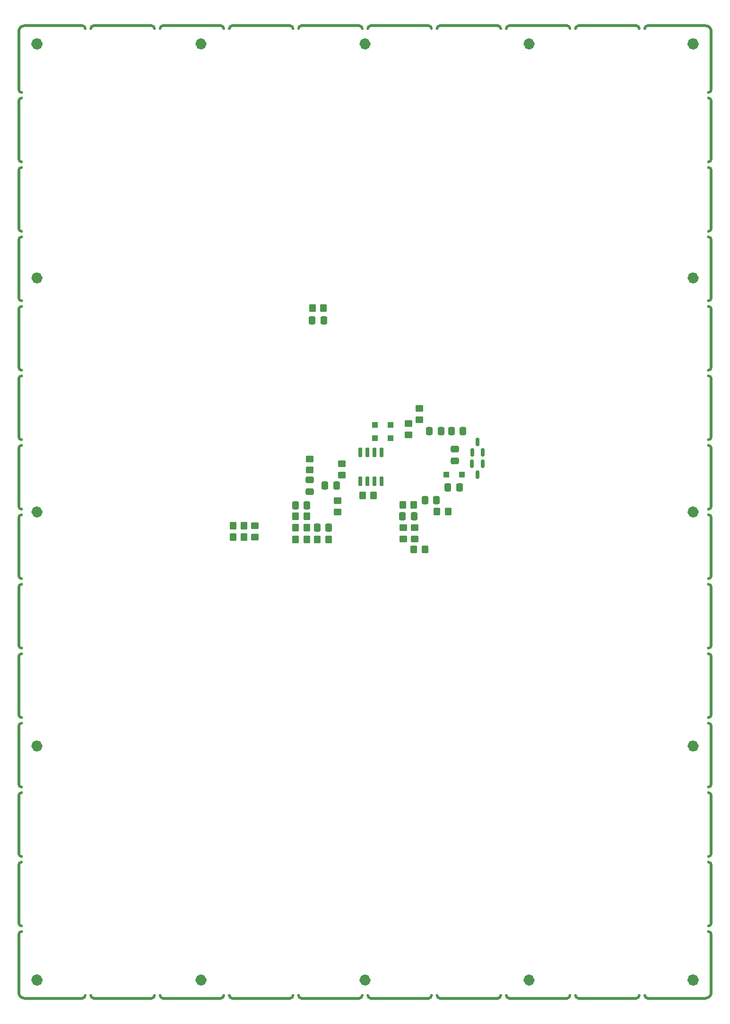
<source format=gtp>
G04 #@! TF.GenerationSoftware,KiCad,Pcbnew,7.0.5.1-1-g8f565ef7f0-dirty-deb11*
G04 #@! TF.CreationDate,2023-08-08T15:33:31+00:00*
G04 #@! TF.ProjectId,stencil,7374656e-6369-46c2-9e6b-696361645f70,rev?*
G04 #@! TF.SameCoordinates,Original*
G04 #@! TF.FileFunction,Paste,Top*
G04 #@! TF.FilePolarity,Positive*
%FSLAX46Y46*%
G04 Gerber Fmt 4.6, Leading zero omitted, Abs format (unit mm)*
G04 Created by KiCad (PCBNEW 7.0.5.1-1-g8f565ef7f0-dirty-deb11) date 2023-08-08 15:33:31*
%MOMM*%
%LPD*%
G01*
G04 APERTURE LIST*
G04 Aperture macros list*
%AMRoundRect*
0 Rectangle with rounded corners*
0 $1 Rounding radius*
0 $2 $3 $4 $5 $6 $7 $8 $9 X,Y pos of 4 corners*
0 Add a 4 corners polygon primitive as box body*
4,1,4,$2,$3,$4,$5,$6,$7,$8,$9,$2,$3,0*
0 Add four circle primitives for the rounded corners*
1,1,$1+$1,$2,$3*
1,1,$1+$1,$4,$5*
1,1,$1+$1,$6,$7*
1,1,$1+$1,$8,$9*
0 Add four rect primitives between the rounded corners*
20,1,$1+$1,$2,$3,$4,$5,0*
20,1,$1+$1,$4,$5,$6,$7,0*
20,1,$1+$1,$6,$7,$8,$9,0*
20,1,$1+$1,$8,$9,$2,$3,0*%
G04 Aperture macros list end*
%ADD10C,0.500000*%
%ADD11C,1.000000*%
%ADD12C,1.050000*%
%ADD13RoundRect,0.250000X-0.350000X-0.450000X0.350000X-0.450000X0.350000X0.450000X-0.350000X0.450000X0*%
%ADD14RoundRect,0.250000X0.350000X0.450000X-0.350000X0.450000X-0.350000X-0.450000X0.350000X-0.450000X0*%
%ADD15RoundRect,0.250000X-0.450000X0.350000X-0.450000X-0.350000X0.450000X-0.350000X0.450000X0.350000X0*%
%ADD16RoundRect,0.250000X-0.337500X-0.475000X0.337500X-0.475000X0.337500X0.475000X-0.337500X0.475000X0*%
%ADD17RoundRect,0.150000X-0.150000X0.725000X-0.150000X-0.725000X0.150000X-0.725000X0.150000X0.725000X0*%
%ADD18RoundRect,0.250000X-0.300000X-0.300000X0.300000X-0.300000X0.300000X0.300000X-0.300000X0.300000X0*%
%ADD19RoundRect,0.250000X0.337500X0.475000X-0.337500X0.475000X-0.337500X-0.475000X0.337500X-0.475000X0*%
%ADD20RoundRect,0.250000X0.300000X0.300000X-0.300000X0.300000X-0.300000X-0.300000X0.300000X-0.300000X0*%
%ADD21RoundRect,0.250000X0.450000X-0.350000X0.450000X0.350000X-0.450000X0.350000X-0.450000X-0.350000X0*%
%ADD22RoundRect,0.250000X0.475000X-0.337500X0.475000X0.337500X-0.475000X0.337500X-0.475000X-0.337500X0*%
%ADD23RoundRect,0.150000X0.150000X-0.587500X0.150000X0.587500X-0.150000X0.587500X-0.150000X-0.587500X0*%
%ADD24RoundRect,0.150000X-0.150000X0.587500X-0.150000X-0.587500X0.150000X-0.587500X0.150000X0.587500X0*%
G04 APERTURE END LIST*
D10*
X81250000Y-90071400D02*
G75*
G03*
X80750000Y-90571426I0J-500000D01*
G01*
D11*
X84500000Y-102000000D02*
G75*
G03*
X84500000Y-102000000I-500000J0D01*
G01*
D10*
X80750000Y-152714281D02*
X80750000Y-163142852D01*
X156150000Y-15000000D02*
X166550000Y-15000000D01*
X178950000Y-189000000D02*
G75*
G03*
X179450000Y-188500000I0J500000D01*
G01*
X204750000Y-16000000D02*
X204750000Y-26428571D01*
X143750000Y-15000000D02*
G75*
G03*
X143250000Y-15500000I0J-500000D01*
G01*
X93650000Y-188500000D02*
G75*
G03*
X94150000Y-189000000I500000J0D01*
G01*
X104550000Y-189000000D02*
G75*
G03*
X105050000Y-188500000I0J500000D01*
G01*
X81750000Y-15000000D02*
G75*
G03*
X80750000Y-16000000I0J-1000000D01*
G01*
X131350000Y-15000000D02*
G75*
G03*
X130850000Y-15500000I0J-500000D01*
G01*
X80750000Y-188000000D02*
G75*
G03*
X81750000Y-189000000I1000000J0D01*
G01*
X81750000Y-15000000D02*
X92150000Y-15000000D01*
X131350000Y-189000000D02*
X141750000Y-189000000D01*
X180950000Y-189000000D02*
X191350000Y-189000000D01*
X168550000Y-15000000D02*
G75*
G03*
X168050000Y-15500000I0J-500000D01*
G01*
X204750032Y-115428568D02*
G75*
G03*
X204250000Y-114928568I-500032J-32D01*
G01*
X81250000Y-114928600D02*
G75*
G03*
X80750000Y-115428568I0J-500000D01*
G01*
X117450000Y-15500000D02*
G75*
G03*
X116950000Y-15000000I-500000J0D01*
G01*
X168550000Y-15000000D02*
X178950000Y-15000000D01*
X204250000Y-26928600D02*
G75*
G03*
X204750000Y-26428571I0J500000D01*
G01*
X204750045Y-78142855D02*
G75*
G03*
X204250000Y-77642855I-500045J-45D01*
G01*
X204250000Y-176071400D02*
G75*
G03*
X204750000Y-175571423I0J500000D01*
G01*
X204750000Y-40857142D02*
X204750000Y-51285713D01*
X81250000Y-152214300D02*
G75*
G03*
X80750000Y-152714281I0J-500000D01*
G01*
X143750000Y-15000000D02*
X154150000Y-15000000D01*
X81250000Y-27928600D02*
G75*
G03*
X80750000Y-28428571I0J-500000D01*
G01*
X118950000Y-189000000D02*
X129350000Y-189000000D01*
X80749987Y-51285713D02*
G75*
G03*
X81250000Y-51785713I500013J13D01*
G01*
X193350000Y-189000000D02*
X203750000Y-189000000D01*
X166550000Y-189000000D02*
G75*
G03*
X167050000Y-188500000I0J500000D01*
G01*
D11*
X202000000Y-102000000D02*
G75*
G03*
X202000000Y-102000000I-500000J0D01*
G01*
D10*
X168050000Y-188500000D02*
G75*
G03*
X168550000Y-189000000I500000J0D01*
G01*
X80750000Y-140285710D02*
X80750000Y-150714281D01*
X80750000Y-127857139D02*
X80750000Y-138285710D01*
X80750000Y-28428571D02*
X80750000Y-38857142D01*
X130850000Y-188500000D02*
G75*
G03*
X131350000Y-189000000I500000J0D01*
G01*
X155650000Y-188500000D02*
G75*
G03*
X156150000Y-189000000I500000J0D01*
G01*
X80750000Y-102999997D02*
X80750000Y-113428568D01*
X204749987Y-53285713D02*
G75*
G03*
X204250000Y-52785713I-499987J13D01*
G01*
X80750000Y-115428568D02*
X80750000Y-125857139D01*
X204750000Y-127857139D02*
X204750000Y-138285710D01*
X204749958Y-40857142D02*
G75*
G03*
X204250000Y-40357142I-499958J42D01*
G01*
X156150000Y-15000000D02*
G75*
G03*
X155650000Y-15500000I0J-500000D01*
G01*
X154150000Y-189000000D02*
G75*
G03*
X154650000Y-188500000I0J500000D01*
G01*
X204750000Y-165142852D02*
X204750000Y-175571423D01*
X80750000Y-65714284D02*
X80750000Y-76142855D01*
X204750048Y-165142852D02*
G75*
G03*
X204250000Y-164642852I-500048J-48D01*
G01*
X129850000Y-15500000D02*
G75*
G03*
X129350000Y-15000000I-500000J0D01*
G01*
X80750019Y-150714281D02*
G75*
G03*
X81250000Y-151214281I499981J-19D01*
G01*
X80750000Y-165142852D02*
X80750000Y-175571423D01*
X204750029Y-28428571D02*
G75*
G03*
X204250000Y-27928571I-500029J-29D01*
G01*
X80749961Y-125857139D02*
G75*
G03*
X81250000Y-126357139I500039J39D01*
G01*
D11*
X84500000Y-60125000D02*
G75*
G03*
X84500000Y-60125000I-500000J0D01*
G01*
D10*
X80750003Y-100999997D02*
G75*
G03*
X81250000Y-101499997I499997J-3D01*
G01*
X80750032Y-113428568D02*
G75*
G03*
X81250000Y-113928568I499968J-32D01*
G01*
X204750003Y-102999997D02*
G75*
G03*
X204250000Y-102499997I-500003J-3D01*
G01*
X81250000Y-77642900D02*
G75*
G03*
X80750000Y-78142855I0J-500000D01*
G01*
X106050000Y-188500000D02*
G75*
G03*
X106550000Y-189000000I500000J0D01*
G01*
D11*
X202000000Y-143875000D02*
G75*
G03*
X202000000Y-143875000I-500000J0D01*
G01*
D10*
X129350000Y-189000000D02*
G75*
G03*
X129850000Y-188500000I0J500000D01*
G01*
X80750016Y-63714284D02*
G75*
G03*
X81250000Y-64214284I499984J-16D01*
G01*
X204250000Y-101500000D02*
G75*
G03*
X204750000Y-100999997I0J500000D01*
G01*
X204250000Y-76642900D02*
G75*
G03*
X204750000Y-76142855I0J500000D01*
G01*
X81250000Y-139785700D02*
G75*
G03*
X80750000Y-140285710I0J-500000D01*
G01*
X154650000Y-15500000D02*
G75*
G03*
X154150000Y-15000000I-500000J0D01*
G01*
X80749974Y-88571426D02*
G75*
G03*
X81250000Y-89071426I500026J26D01*
G01*
D11*
X143250000Y-185750000D02*
G75*
G03*
X143250000Y-185750000I-500000J0D01*
G01*
D10*
X106550000Y-15000000D02*
X116950000Y-15000000D01*
X80750000Y-16000000D02*
X80750000Y-26428571D01*
X80750000Y-40857142D02*
X80750000Y-51285713D01*
X204750000Y-140285710D02*
X204750000Y-150714281D01*
X204250000Y-151214300D02*
G75*
G03*
X204750000Y-150714281I0J500000D01*
G01*
X80750000Y-53285713D02*
X80750000Y-63714284D01*
X92150000Y-189000000D02*
G75*
G03*
X92650000Y-188500000I0J500000D01*
G01*
X191350000Y-189000000D02*
G75*
G03*
X191850000Y-188500000I0J500000D01*
G01*
X204750000Y-28428571D02*
X204750000Y-38857142D01*
X80749990Y-138285710D02*
G75*
G03*
X81250000Y-138785710I500010J10D01*
G01*
X92650000Y-15500000D02*
G75*
G03*
X92150000Y-15000000I-500000J0D01*
G01*
X204750000Y-65714284D02*
X204750000Y-76142855D01*
X116950000Y-189000000D02*
G75*
G03*
X117450000Y-188500000I0J500000D01*
G01*
X81250000Y-164642900D02*
G75*
G03*
X80750000Y-165142852I0J-500000D01*
G01*
X204750000Y-152714281D02*
X204750000Y-163142852D01*
X142250000Y-15500000D02*
G75*
G03*
X141750000Y-15000000I-500000J0D01*
G01*
X204750019Y-152714281D02*
G75*
G03*
X204250000Y-152214281I-500019J-19D01*
G01*
X204750000Y-177571423D02*
X204750000Y-187999994D01*
X81250000Y-102500000D02*
G75*
G03*
X80750000Y-102999997I0J-500000D01*
G01*
X141750000Y-189000000D02*
G75*
G03*
X142250000Y-188500000I0J500000D01*
G01*
X80749958Y-38857142D02*
G75*
G03*
X81250000Y-39357142I500042J42D01*
G01*
X204750000Y-78142855D02*
X204750000Y-88571426D01*
X204250000Y-89071400D02*
G75*
G03*
X204750000Y-88571426I0J500000D01*
G01*
X80750000Y-177571423D02*
X80750000Y-187999994D01*
D11*
X113875000Y-18250000D02*
G75*
G03*
X113875000Y-18250000I-500000J0D01*
G01*
D10*
X179450000Y-15500000D02*
G75*
G03*
X178950000Y-15000000I-500000J0D01*
G01*
X204750000Y-90571426D02*
X204750000Y-100999997D01*
X143250000Y-188500000D02*
G75*
G03*
X143750000Y-189000000I500000J0D01*
G01*
X106550000Y-189000000D02*
X116950000Y-189000000D01*
D12*
X202025000Y-185750000D02*
G75*
G03*
X202025000Y-185750000I-525000J0D01*
G01*
D10*
X81250000Y-177071400D02*
G75*
G03*
X80750000Y-177571423I0J-500000D01*
G01*
X105050000Y-15500000D02*
G75*
G03*
X104550000Y-15000000I-500000J0D01*
G01*
X204250000Y-113928600D02*
G75*
G03*
X204750000Y-113428568I0J500000D01*
G01*
D11*
X143250000Y-18250000D02*
G75*
G03*
X143250000Y-18250000I-500000J0D01*
G01*
D10*
X204750000Y-53285713D02*
X204750000Y-63714284D01*
X204750000Y-115428568D02*
X204750000Y-125857139D01*
X191850000Y-15500000D02*
G75*
G03*
X191350000Y-15000000I-500000J0D01*
G01*
X81250000Y-40357100D02*
G75*
G03*
X80750000Y-40857142I0J-500000D01*
G01*
X81250000Y-52785700D02*
G75*
G03*
X80750000Y-53285713I0J-500000D01*
G01*
X193350000Y-15000000D02*
X203750000Y-15000000D01*
D12*
X84525000Y-185750000D02*
G75*
G03*
X84525000Y-185750000I-525000J0D01*
G01*
D10*
X204250000Y-126357100D02*
G75*
G03*
X204750000Y-125857139I0J500000D01*
G01*
X168550000Y-189000000D02*
X178950000Y-189000000D01*
D11*
X84500000Y-143875000D02*
G75*
G03*
X84500000Y-143875000I-500000J0D01*
G01*
D10*
X204750000Y-102999997D02*
X204750000Y-113428568D01*
X80750000Y-90571426D02*
X80750000Y-100999997D01*
X204250000Y-163642900D02*
G75*
G03*
X204750000Y-163142852I0J500000D01*
G01*
X94150000Y-189000000D02*
X104550000Y-189000000D01*
X81250000Y-65214300D02*
G75*
G03*
X80750000Y-65714284I0J-500000D01*
G01*
D11*
X172625000Y-18250000D02*
G75*
G03*
X172625000Y-18250000I-500000J0D01*
G01*
X172625000Y-185750000D02*
G75*
G03*
X172625000Y-185750000I-500000J0D01*
G01*
D10*
X118450000Y-188500000D02*
G75*
G03*
X118950000Y-189000000I500000J0D01*
G01*
D12*
X202025000Y-18250000D02*
G75*
G03*
X202025000Y-18250000I-525000J0D01*
G01*
D10*
X80750029Y-26428571D02*
G75*
G03*
X81250000Y-26928571I499971J-29D01*
G01*
X81250000Y-127357100D02*
G75*
G03*
X80750000Y-127857139I0J-500000D01*
G01*
X204749990Y-140285710D02*
G75*
G03*
X204250000Y-139785710I-499990J10D01*
G01*
X204250000Y-138785700D02*
G75*
G03*
X204750000Y-138285710I0J500000D01*
G01*
X204250000Y-51785700D02*
G75*
G03*
X204750000Y-51285713I0J500000D01*
G01*
X204749977Y-177571423D02*
G75*
G03*
X204250000Y-177071423I-499977J23D01*
G01*
X180950000Y-15000000D02*
X191350000Y-15000000D01*
D11*
X113875000Y-185750000D02*
G75*
G03*
X113875000Y-185750000I-500000J0D01*
G01*
D10*
X180950000Y-15000000D02*
G75*
G03*
X180450000Y-15500000I0J-500000D01*
G01*
X204750016Y-65714284D02*
G75*
G03*
X204250000Y-65214284I-500016J-16D01*
G01*
X143750000Y-189000000D02*
X154150000Y-189000000D01*
X81750000Y-189000000D02*
X92150000Y-189000000D01*
X156150000Y-189000000D02*
X166550000Y-189000000D01*
X204750000Y-16000000D02*
G75*
G03*
X203750000Y-15000000I-1000000J0D01*
G01*
X180450000Y-188500000D02*
G75*
G03*
X180950000Y-189000000I500000J0D01*
G01*
X94150000Y-15000000D02*
G75*
G03*
X93650000Y-15500000I0J-500000D01*
G01*
D11*
X202000000Y-60125000D02*
G75*
G03*
X202000000Y-60125000I-500000J0D01*
G01*
D10*
X106550000Y-15000000D02*
G75*
G03*
X106050000Y-15500000I0J-500000D01*
G01*
X203750000Y-189000000D02*
G75*
G03*
X204750000Y-188000000I0J1000000D01*
G01*
X80749977Y-175571423D02*
G75*
G03*
X81250000Y-176071423I500023J23D01*
G01*
X131350000Y-15000000D02*
X141750000Y-15000000D01*
X80750045Y-76142855D02*
G75*
G03*
X81250000Y-76642855I499955J-45D01*
G01*
D12*
X84525000Y-18250000D02*
G75*
G03*
X84525000Y-18250000I-525000J0D01*
G01*
D10*
X204749974Y-90571426D02*
G75*
G03*
X204250000Y-90071426I-499974J26D01*
G01*
X80750048Y-163142852D02*
G75*
G03*
X81250000Y-163642852I499952J-48D01*
G01*
X80750000Y-78142855D02*
X80750000Y-88571426D01*
X204749961Y-127857139D02*
G75*
G03*
X204250000Y-127357139I-499961J39D01*
G01*
X94150000Y-15000000D02*
X104550000Y-15000000D01*
X193350000Y-15000000D02*
G75*
G03*
X192850000Y-15500000I0J-500000D01*
G01*
X204250000Y-64214300D02*
G75*
G03*
X204750000Y-63714284I0J500000D01*
G01*
X167050000Y-15500000D02*
G75*
G03*
X166550000Y-15000000I-500000J0D01*
G01*
X192850000Y-188500000D02*
G75*
G03*
X193350000Y-189000000I500000J0D01*
G01*
X204250000Y-39357100D02*
G75*
G03*
X204750000Y-38857142I0J500000D01*
G01*
X118950000Y-15000000D02*
G75*
G03*
X118450000Y-15500000I0J-500000D01*
G01*
X118950000Y-15000000D02*
X129350000Y-15000000D01*
D13*
G04 #@! TO.C,R14*
X142310000Y-99000000D03*
X144310000Y-99000000D03*
G04 #@! TD*
D14*
G04 #@! TO.C,R19*
X132310000Y-106900000D03*
X130310000Y-106900000D03*
G04 #@! TD*
D15*
G04 #@! TO.C,R12*
X137810000Y-100000000D03*
X137810000Y-102000000D03*
G04 #@! TD*
D16*
G04 #@! TO.C,C8*
X135572500Y-97300000D03*
X137647500Y-97300000D03*
G04 #@! TD*
D13*
G04 #@! TO.C,R22*
X134210000Y-106900000D03*
X136210000Y-106900000D03*
G04 #@! TD*
D17*
G04 #@! TO.C,U1*
X145715000Y-91325000D03*
X144445000Y-91325000D03*
X143175000Y-91325000D03*
X141905000Y-91325000D03*
X141905000Y-96475000D03*
X143175000Y-96475000D03*
X144445000Y-96475000D03*
X145715000Y-96475000D03*
G04 #@! TD*
D15*
G04 #@! TO.C,R20*
X123010000Y-104500000D03*
X123010000Y-106500000D03*
G04 #@! TD*
D18*
G04 #@! TO.C,D5*
X144510000Y-88800000D03*
X147310000Y-88800000D03*
G04 #@! TD*
D19*
G04 #@! TO.C,C4*
X155547500Y-99900000D03*
X153472500Y-99900000D03*
G04 #@! TD*
D20*
G04 #@! TO.C,D4*
X147310000Y-86400000D03*
X144510000Y-86400000D03*
G04 #@! TD*
D19*
G04 #@! TO.C,C6*
X156347500Y-87500000D03*
X154272500Y-87500000D03*
G04 #@! TD*
D14*
G04 #@! TO.C,R7*
X157610000Y-101900000D03*
X155610000Y-101900000D03*
G04 #@! TD*
D16*
G04 #@! TO.C,C3*
X149472500Y-102800000D03*
X151547500Y-102800000D03*
G04 #@! TD*
D15*
G04 #@! TO.C,R11*
X138610000Y-93400000D03*
X138610000Y-95400000D03*
G04 #@! TD*
D13*
G04 #@! TO.C,R13*
X133310000Y-65500000D03*
X135310000Y-65500000D03*
G04 #@! TD*
D19*
G04 #@! TO.C,C12*
X159647500Y-97600000D03*
X157572500Y-97600000D03*
G04 #@! TD*
D21*
G04 #@! TO.C,R5*
X151610000Y-106800000D03*
X151610000Y-104800000D03*
G04 #@! TD*
D19*
G04 #@! TO.C,C9*
X135347500Y-67700000D03*
X133272500Y-67700000D03*
G04 #@! TD*
D14*
G04 #@! TO.C,R9*
X151510000Y-100700000D03*
X149510000Y-100700000D03*
G04 #@! TD*
D13*
G04 #@! TO.C,R6*
X151510000Y-108700000D03*
X153510000Y-108700000D03*
G04 #@! TD*
G04 #@! TO.C,R16*
X119110000Y-104500000D03*
X121110000Y-104500000D03*
G04 #@! TD*
G04 #@! TO.C,R18*
X130310000Y-102800000D03*
X132310000Y-102800000D03*
G04 #@! TD*
D22*
G04 #@! TO.C,C11*
X132810000Y-98337500D03*
X132810000Y-96262500D03*
G04 #@! TD*
D19*
G04 #@! TO.C,C14*
X132347500Y-100800000D03*
X130272500Y-100800000D03*
G04 #@! TD*
D16*
G04 #@! TO.C,C5*
X158210000Y-87500000D03*
X160285000Y-87500000D03*
G04 #@! TD*
D13*
G04 #@! TO.C,R21*
X130310000Y-104800000D03*
X132310000Y-104800000D03*
G04 #@! TD*
D23*
G04 #@! TO.C,Q5*
X161960000Y-91337500D03*
X163860000Y-91337500D03*
X162910000Y-89462500D03*
G04 #@! TD*
D21*
G04 #@! TO.C,R8*
X152510000Y-85500000D03*
X152510000Y-83500000D03*
G04 #@! TD*
D15*
G04 #@! TO.C,R10*
X150510000Y-86200000D03*
X150510000Y-88200000D03*
G04 #@! TD*
D22*
G04 #@! TO.C,C7*
X158810000Y-92837500D03*
X158810000Y-90762500D03*
G04 #@! TD*
D16*
G04 #@! TO.C,C15*
X134172500Y-104800000D03*
X136247500Y-104800000D03*
G04 #@! TD*
D24*
G04 #@! TO.C,Q2*
X163810000Y-93400000D03*
X161910000Y-93400000D03*
X162860000Y-95275000D03*
G04 #@! TD*
D21*
G04 #@! TO.C,R17*
X132810000Y-94500000D03*
X132810000Y-92500000D03*
G04 #@! TD*
D20*
G04 #@! TO.C,D2*
X160110000Y-95300000D03*
X157310000Y-95300000D03*
G04 #@! TD*
D13*
G04 #@! TO.C,R15*
X119110000Y-106500000D03*
X121110000Y-106500000D03*
G04 #@! TD*
D21*
G04 #@! TO.C,R4*
X149610000Y-106800000D03*
X149610000Y-104800000D03*
G04 #@! TD*
M02*

</source>
